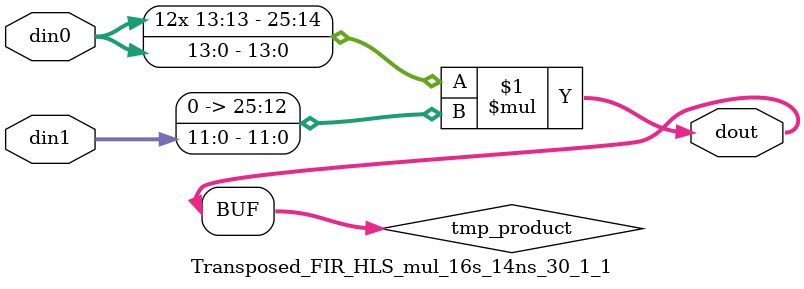
<source format=v>

`timescale 1 ns / 1 ps

 module Transposed_FIR_HLS_mul_16s_14ns_30_1_1(din0, din1, dout);
parameter ID = 1;
parameter NUM_STAGE = 0;
parameter din0_WIDTH = 14;
parameter din1_WIDTH = 12;
parameter dout_WIDTH = 26;

input [din0_WIDTH - 1 : 0] din0; 
input [din1_WIDTH - 1 : 0] din1; 
output [dout_WIDTH - 1 : 0] dout;

wire signed [dout_WIDTH - 1 : 0] tmp_product;


























assign tmp_product = $signed(din0) * $signed({1'b0, din1});









assign dout = tmp_product;





















endmodule

</source>
